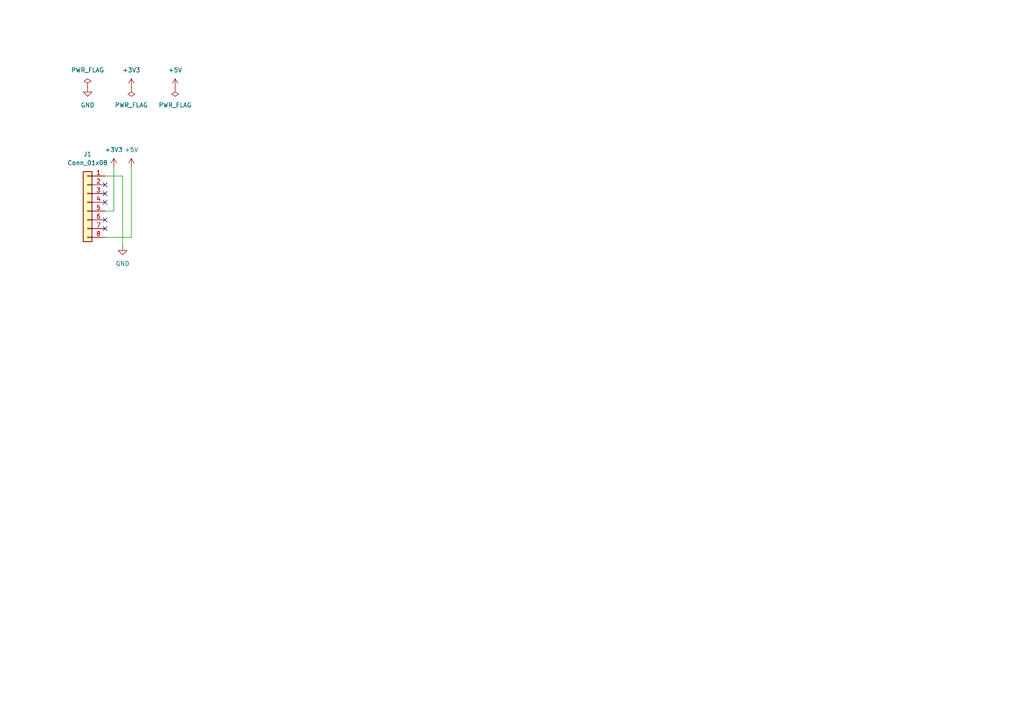
<source format=kicad_sch>
(kicad_sch (version 20211123) (generator eeschema)

  (uuid cef6f603-8a0b-4dd0-af99-ebfbef7d1b4b)

  (paper "A4")

  (title_block
    (title "CabHat_Template")
    (company "@stop_pattern")
  )

  (lib_symbols
    (symbol "Library:Conn_01x08" (pin_names (offset 1.016) hide) (in_bom yes) (on_board yes)
      (property "Reference" "J" (id 0) (at 0 10.16 0)
        (effects (font (size 1.27 1.27)))
      )
      (property "Value" "Conn_01x08" (id 1) (at 0 -12.7 0)
        (effects (font (size 1.27 1.27)))
      )
      (property "Footprint" "" (id 2) (at 0 0 0)
        (effects (font (size 1.27 1.27)) hide)
      )
      (property "Datasheet" "~" (id 3) (at 0 0 0)
        (effects (font (size 1.27 1.27)) hide)
      )
      (property "ki_keywords" "connector" (id 4) (at 0 0 0)
        (effects (font (size 1.27 1.27)) hide)
      )
      (property "ki_description" "Generic connector, single row, 01x08, script generated (kicad-library-utils/schlib/autogen/connector/)" (id 5) (at 0 0 0)
        (effects (font (size 1.27 1.27)) hide)
      )
      (property "ki_fp_filters" "Connector*:*_1x??_*" (id 6) (at 0 0 0)
        (effects (font (size 1.27 1.27)) hide)
      )
      (symbol "Conn_01x08_1_1"
        (rectangle (start -1.27 -10.033) (end 0 -10.287)
          (stroke (width 0.1524) (type default) (color 0 0 0 0))
          (fill (type none))
        )
        (rectangle (start -1.27 -7.493) (end 0 -7.747)
          (stroke (width 0.1524) (type default) (color 0 0 0 0))
          (fill (type none))
        )
        (rectangle (start -1.27 -4.953) (end 0 -5.207)
          (stroke (width 0.1524) (type default) (color 0 0 0 0))
          (fill (type none))
        )
        (rectangle (start -1.27 -2.413) (end 0 -2.667)
          (stroke (width 0.1524) (type default) (color 0 0 0 0))
          (fill (type none))
        )
        (rectangle (start -1.27 0.127) (end 0 -0.127)
          (stroke (width 0.1524) (type default) (color 0 0 0 0))
          (fill (type none))
        )
        (rectangle (start -1.27 2.667) (end 0 2.413)
          (stroke (width 0.1524) (type default) (color 0 0 0 0))
          (fill (type none))
        )
        (rectangle (start -1.27 5.207) (end 0 4.953)
          (stroke (width 0.1524) (type default) (color 0 0 0 0))
          (fill (type none))
        )
        (rectangle (start -1.27 7.747) (end 0 7.493)
          (stroke (width 0.1524) (type default) (color 0 0 0 0))
          (fill (type none))
        )
        (rectangle (start -1.27 8.89) (end 1.27 -11.43)
          (stroke (width 0.254) (type default) (color 0 0 0 0))
          (fill (type background))
        )
        (pin passive line (at -5.08 7.62 0) (length 3.81)
          (name "Pin_1" (effects (font (size 1.27 1.27))))
          (number "1" (effects (font (size 1.27 1.27))))
        )
        (pin passive line (at -5.08 5.08 0) (length 3.81)
          (name "Pin_2" (effects (font (size 1.27 1.27))))
          (number "2" (effects (font (size 1.27 1.27))))
        )
        (pin passive line (at -5.08 2.54 0) (length 3.81)
          (name "Pin_3" (effects (font (size 1.27 1.27))))
          (number "3" (effects (font (size 1.27 1.27))))
        )
        (pin passive line (at -5.08 0 0) (length 3.81)
          (name "Pin_4" (effects (font (size 1.27 1.27))))
          (number "4" (effects (font (size 1.27 1.27))))
        )
        (pin passive line (at -5.08 -2.54 0) (length 3.81)
          (name "Pin_5" (effects (font (size 1.27 1.27))))
          (number "5" (effects (font (size 1.27 1.27))))
        )
        (pin passive line (at -5.08 -5.08 0) (length 3.81)
          (name "Pin_6" (effects (font (size 1.27 1.27))))
          (number "6" (effects (font (size 1.27 1.27))))
        )
        (pin passive line (at -5.08 -7.62 0) (length 3.81)
          (name "Pin_7" (effects (font (size 1.27 1.27))))
          (number "7" (effects (font (size 1.27 1.27))))
        )
        (pin passive line (at -5.08 -10.16 0) (length 3.81)
          (name "Pin_8" (effects (font (size 1.27 1.27))))
          (number "8" (effects (font (size 1.27 1.27))))
        )
      )
    )
    (symbol "power:+3V3" (power) (pin_names (offset 0)) (in_bom yes) (on_board yes)
      (property "Reference" "#PWR" (id 0) (at 0 -3.81 0)
        (effects (font (size 1.27 1.27)) hide)
      )
      (property "Value" "+3V3" (id 1) (at 0 3.556 0)
        (effects (font (size 1.27 1.27)))
      )
      (property "Footprint" "" (id 2) (at 0 0 0)
        (effects (font (size 1.27 1.27)) hide)
      )
      (property "Datasheet" "" (id 3) (at 0 0 0)
        (effects (font (size 1.27 1.27)) hide)
      )
      (property "ki_keywords" "power-flag" (id 4) (at 0 0 0)
        (effects (font (size 1.27 1.27)) hide)
      )
      (property "ki_description" "Power symbol creates a global label with name \"+3V3\"" (id 5) (at 0 0 0)
        (effects (font (size 1.27 1.27)) hide)
      )
      (symbol "+3V3_0_1"
        (polyline
          (pts
            (xy -0.762 1.27)
            (xy 0 2.54)
          )
          (stroke (width 0) (type default) (color 0 0 0 0))
          (fill (type none))
        )
        (polyline
          (pts
            (xy 0 0)
            (xy 0 2.54)
          )
          (stroke (width 0) (type default) (color 0 0 0 0))
          (fill (type none))
        )
        (polyline
          (pts
            (xy 0 2.54)
            (xy 0.762 1.27)
          )
          (stroke (width 0) (type default) (color 0 0 0 0))
          (fill (type none))
        )
      )
      (symbol "+3V3_1_1"
        (pin power_in line (at 0 0 90) (length 0) hide
          (name "+3V3" (effects (font (size 1.27 1.27))))
          (number "1" (effects (font (size 1.27 1.27))))
        )
      )
    )
    (symbol "power:+5V" (power) (pin_names (offset 0)) (in_bom yes) (on_board yes)
      (property "Reference" "#PWR" (id 0) (at 0 -3.81 0)
        (effects (font (size 1.27 1.27)) hide)
      )
      (property "Value" "+5V" (id 1) (at 0 3.556 0)
        (effects (font (size 1.27 1.27)))
      )
      (property "Footprint" "" (id 2) (at 0 0 0)
        (effects (font (size 1.27 1.27)) hide)
      )
      (property "Datasheet" "" (id 3) (at 0 0 0)
        (effects (font (size 1.27 1.27)) hide)
      )
      (property "ki_keywords" "power-flag" (id 4) (at 0 0 0)
        (effects (font (size 1.27 1.27)) hide)
      )
      (property "ki_description" "Power symbol creates a global label with name \"+5V\"" (id 5) (at 0 0 0)
        (effects (font (size 1.27 1.27)) hide)
      )
      (symbol "+5V_0_1"
        (polyline
          (pts
            (xy -0.762 1.27)
            (xy 0 2.54)
          )
          (stroke (width 0) (type default) (color 0 0 0 0))
          (fill (type none))
        )
        (polyline
          (pts
            (xy 0 0)
            (xy 0 2.54)
          )
          (stroke (width 0) (type default) (color 0 0 0 0))
          (fill (type none))
        )
        (polyline
          (pts
            (xy 0 2.54)
            (xy 0.762 1.27)
          )
          (stroke (width 0) (type default) (color 0 0 0 0))
          (fill (type none))
        )
      )
      (symbol "+5V_1_1"
        (pin power_in line (at 0 0 90) (length 0) hide
          (name "+5V" (effects (font (size 1.27 1.27))))
          (number "1" (effects (font (size 1.27 1.27))))
        )
      )
    )
    (symbol "power:GND" (power) (pin_names (offset 0)) (in_bom yes) (on_board yes)
      (property "Reference" "#PWR" (id 0) (at 0 -6.35 0)
        (effects (font (size 1.27 1.27)) hide)
      )
      (property "Value" "GND" (id 1) (at 0 -3.81 0)
        (effects (font (size 1.27 1.27)))
      )
      (property "Footprint" "" (id 2) (at 0 0 0)
        (effects (font (size 1.27 1.27)) hide)
      )
      (property "Datasheet" "" (id 3) (at 0 0 0)
        (effects (font (size 1.27 1.27)) hide)
      )
      (property "ki_keywords" "power-flag" (id 4) (at 0 0 0)
        (effects (font (size 1.27 1.27)) hide)
      )
      (property "ki_description" "Power symbol creates a global label with name \"GND\" , ground" (id 5) (at 0 0 0)
        (effects (font (size 1.27 1.27)) hide)
      )
      (symbol "GND_0_1"
        (polyline
          (pts
            (xy 0 0)
            (xy 0 -1.27)
            (xy 1.27 -1.27)
            (xy 0 -2.54)
            (xy -1.27 -1.27)
            (xy 0 -1.27)
          )
          (stroke (width 0) (type default) (color 0 0 0 0))
          (fill (type none))
        )
      )
      (symbol "GND_1_1"
        (pin power_in line (at 0 0 270) (length 0) hide
          (name "GND" (effects (font (size 1.27 1.27))))
          (number "1" (effects (font (size 1.27 1.27))))
        )
      )
    )
    (symbol "power:PWR_FLAG" (power) (pin_numbers hide) (pin_names (offset 0) hide) (in_bom yes) (on_board yes)
      (property "Reference" "#FLG" (id 0) (at 0 1.905 0)
        (effects (font (size 1.27 1.27)) hide)
      )
      (property "Value" "PWR_FLAG" (id 1) (at 0 3.81 0)
        (effects (font (size 1.27 1.27)))
      )
      (property "Footprint" "" (id 2) (at 0 0 0)
        (effects (font (size 1.27 1.27)) hide)
      )
      (property "Datasheet" "~" (id 3) (at 0 0 0)
        (effects (font (size 1.27 1.27)) hide)
      )
      (property "ki_keywords" "power-flag" (id 4) (at 0 0 0)
        (effects (font (size 1.27 1.27)) hide)
      )
      (property "ki_description" "Special symbol for telling ERC where power comes from" (id 5) (at 0 0 0)
        (effects (font (size 1.27 1.27)) hide)
      )
      (symbol "PWR_FLAG_0_0"
        (pin power_out line (at 0 0 90) (length 0)
          (name "pwr" (effects (font (size 1.27 1.27))))
          (number "1" (effects (font (size 1.27 1.27))))
        )
      )
      (symbol "PWR_FLAG_0_1"
        (polyline
          (pts
            (xy 0 0)
            (xy 0 1.27)
            (xy -1.016 1.905)
            (xy 0 2.54)
            (xy 1.016 1.905)
            (xy 0 1.27)
          )
          (stroke (width 0) (type default) (color 0 0 0 0))
          (fill (type none))
        )
      )
    )
  )


  (no_connect (at 30.48 66.294) (uuid 4c52d976-6024-412a-8ccf-995ef262f073))
  (no_connect (at 30.48 63.754) (uuid 642c19b0-fb6a-434f-9d07-d87aec95d41c))
  (no_connect (at 30.48 53.594) (uuid 7b2b45d8-39b7-4d12-ad1a-5a112e0166f5))
  (no_connect (at 30.48 56.134) (uuid 9dc55e65-d9bf-4734-9e04-3e4bf42bdaae))
  (no_connect (at 30.48 58.674) (uuid ad40f7a3-d5bb-4137-996a-712decb20e6e))

  (wire (pts (xy 38.1 48.514) (xy 38.1 68.834))
    (stroke (width 0) (type default) (color 0 0 0 0))
    (uuid 27598169-394f-4270-879a-25949df9f295)
  )
  (wire (pts (xy 33.02 48.514) (xy 33.02 61.214))
    (stroke (width 0) (type default) (color 0 0 0 0))
    (uuid 321ceaa2-85e9-474a-94d7-c7c06570bf8a)
  )
  (wire (pts (xy 30.48 61.214) (xy 33.02 61.214))
    (stroke (width 0) (type default) (color 0 0 0 0))
    (uuid 9926c7e0-0ec0-4c0f-ad5e-f5732c316be5)
  )
  (wire (pts (xy 35.56 51.054) (xy 30.48 51.054))
    (stroke (width 0) (type default) (color 0 0 0 0))
    (uuid a0f6eb2e-0774-4b84-9515-60f20e24ca8e)
  )
  (wire (pts (xy 35.56 71.374) (xy 35.56 51.054))
    (stroke (width 0) (type default) (color 0 0 0 0))
    (uuid ae15f2e7-c177-4594-b186-7df41438ad15)
  )
  (wire (pts (xy 30.48 68.834) (xy 38.1 68.834))
    (stroke (width 0) (type default) (color 0 0 0 0))
    (uuid b97f974a-15d3-4cf6-94e2-4919a916df5c)
  )

  (symbol (lib_id "power:PWR_FLAG") (at 50.8 25.4 0) (mirror x) (unit 1)
    (in_bom yes) (on_board yes) (fields_autoplaced)
    (uuid 17d0b858-7c82-45a4-a59e-54ccc53ddba5)
    (property "Reference" "#FLG0101" (id 0) (at 50.8 27.305 0)
      (effects (font (size 1.27 1.27)) hide)
    )
    (property "Value" "PWR_FLAG" (id 1) (at 50.8 30.48 0))
    (property "Footprint" "" (id 2) (at 50.8 25.4 0)
      (effects (font (size 1.27 1.27)) hide)
    )
    (property "Datasheet" "~" (id 3) (at 50.8 25.4 0)
      (effects (font (size 1.27 1.27)) hide)
    )
    (pin "1" (uuid bdf7beea-0bfb-4867-ba6e-6685591354e7))
  )

  (symbol (lib_id "power:+3V3") (at 33.02 48.514 0) (unit 1)
    (in_bom yes) (on_board yes) (fields_autoplaced)
    (uuid 3118a01d-2394-44a9-b4e5-8b59935704e5)
    (property "Reference" "#PWR01" (id 0) (at 33.02 52.324 0)
      (effects (font (size 1.27 1.27)) hide)
    )
    (property "Value" "+3V3" (id 1) (at 33.02 43.434 0))
    (property "Footprint" "" (id 2) (at 33.02 48.514 0)
      (effects (font (size 1.27 1.27)) hide)
    )
    (property "Datasheet" "" (id 3) (at 33.02 48.514 0)
      (effects (font (size 1.27 1.27)) hide)
    )
    (pin "1" (uuid 1faa6fd5-5426-4144-ae79-e56d7fe6e8ed))
  )

  (symbol (lib_id "power:PWR_FLAG") (at 25.4 25.4 0) (unit 1)
    (in_bom yes) (on_board yes) (fields_autoplaced)
    (uuid 4148d913-e950-4f7f-88aa-ac68f3d94c05)
    (property "Reference" "#FLG0102" (id 0) (at 25.4 23.495 0)
      (effects (font (size 1.27 1.27)) hide)
    )
    (property "Value" "PWR_FLAG" (id 1) (at 25.4 20.32 0))
    (property "Footprint" "" (id 2) (at 25.4 25.4 0)
      (effects (font (size 1.27 1.27)) hide)
    )
    (property "Datasheet" "~" (id 3) (at 25.4 25.4 0)
      (effects (font (size 1.27 1.27)) hide)
    )
    (pin "1" (uuid e4130a0f-6ab9-4468-a054-ed5cb3b308ec))
  )

  (symbol (lib_id "power:+5V") (at 50.8 25.4 0) (unit 1)
    (in_bom yes) (on_board yes) (fields_autoplaced)
    (uuid 42eb9b46-8e70-474e-b6bf-a70b411691e1)
    (property "Reference" "#PWR0101" (id 0) (at 50.8 29.21 0)
      (effects (font (size 1.27 1.27)) hide)
    )
    (property "Value" "+5V" (id 1) (at 50.8 20.32 0))
    (property "Footprint" "" (id 2) (at 50.8 25.4 0)
      (effects (font (size 1.27 1.27)) hide)
    )
    (property "Datasheet" "" (id 3) (at 50.8 25.4 0)
      (effects (font (size 1.27 1.27)) hide)
    )
    (pin "1" (uuid 9bfd6b7c-3bd5-4b47-86f6-6656d502c3fa))
  )

  (symbol (lib_id "Library:Conn_01x08") (at 25.4 58.674 0) (mirror y) (unit 1)
    (in_bom yes) (on_board yes) (fields_autoplaced)
    (uuid 578b770d-bcb3-48e4-8540-6a45e22f9cef)
    (property "Reference" "J1" (id 0) (at 25.4 44.704 0))
    (property "Value" "Conn_01x08" (id 1) (at 25.4 47.244 0))
    (property "Footprint" "Library:PinSocket_1x08_P2.54mm_Vertical" (id 2) (at 25.4 58.674 0)
      (effects (font (size 1.27 1.27)) hide)
    )
    (property "Datasheet" "~" (id 3) (at 25.4 58.674 0)
      (effects (font (size 1.27 1.27)) hide)
    )
    (pin "1" (uuid d69779c4-90c4-49f4-a66b-f547b8e827ad))
    (pin "2" (uuid a889d751-5721-450c-928b-dd5b73a9dd56))
    (pin "3" (uuid cefe31e8-38dc-4dbe-8101-20752010c792))
    (pin "4" (uuid b16e9a8e-d3e1-4207-9499-5842efa695a1))
    (pin "5" (uuid 1c0773ad-9cdb-4a0f-8747-b7b0be60adb2))
    (pin "6" (uuid b4de4f20-599e-4efb-b1db-c5e17b1bf2d3))
    (pin "7" (uuid 0b6d3319-eb72-47cf-a981-f204dda6834a))
    (pin "8" (uuid 864e453f-d7f1-4112-8b1b-1632bd5ea786))
  )

  (symbol (lib_id "power:+3V3") (at 38.1 25.4 0) (unit 1)
    (in_bom yes) (on_board yes) (fields_autoplaced)
    (uuid 965675bc-3555-4dd0-b9df-5bad99bc03d6)
    (property "Reference" "#PWR0103" (id 0) (at 38.1 29.21 0)
      (effects (font (size 1.27 1.27)) hide)
    )
    (property "Value" "+3V3" (id 1) (at 38.1 20.32 0))
    (property "Footprint" "" (id 2) (at 38.1 25.4 0)
      (effects (font (size 1.27 1.27)) hide)
    )
    (property "Datasheet" "" (id 3) (at 38.1 25.4 0)
      (effects (font (size 1.27 1.27)) hide)
    )
    (pin "1" (uuid fb2ea0d1-f5c1-40fd-a5b8-6b158464dd3a))
  )

  (symbol (lib_id "power:GND") (at 25.4 25.4 0) (unit 1)
    (in_bom yes) (on_board yes) (fields_autoplaced)
    (uuid 9e77d5b8-9239-41e9-9416-dc4abb1669ca)
    (property "Reference" "#PWR0102" (id 0) (at 25.4 31.75 0)
      (effects (font (size 1.27 1.27)) hide)
    )
    (property "Value" "GND" (id 1) (at 25.4 30.48 0))
    (property "Footprint" "" (id 2) (at 25.4 25.4 0)
      (effects (font (size 1.27 1.27)) hide)
    )
    (property "Datasheet" "" (id 3) (at 25.4 25.4 0)
      (effects (font (size 1.27 1.27)) hide)
    )
    (pin "1" (uuid 51255ac2-97ca-4a84-84f6-d6f9d65848f9))
  )

  (symbol (lib_id "power:PWR_FLAG") (at 38.1 25.4 0) (mirror x) (unit 1)
    (in_bom yes) (on_board yes) (fields_autoplaced)
    (uuid a8a95a78-eb09-4b6e-80aa-11a3c6343ad2)
    (property "Reference" "#FLG0103" (id 0) (at 38.1 27.305 0)
      (effects (font (size 1.27 1.27)) hide)
    )
    (property "Value" "PWR_FLAG" (id 1) (at 38.1 30.48 0))
    (property "Footprint" "" (id 2) (at 38.1 25.4 0)
      (effects (font (size 1.27 1.27)) hide)
    )
    (property "Datasheet" "~" (id 3) (at 38.1 25.4 0)
      (effects (font (size 1.27 1.27)) hide)
    )
    (pin "1" (uuid f84d53a9-4af2-41c2-b17c-3da68fe8c8ae))
  )

  (symbol (lib_id "power:+5V") (at 38.1 48.514 0) (unit 1)
    (in_bom yes) (on_board yes) (fields_autoplaced)
    (uuid c4a5e793-3474-46c5-bb57-4030671549ea)
    (property "Reference" "#PWR03" (id 0) (at 38.1 52.324 0)
      (effects (font (size 1.27 1.27)) hide)
    )
    (property "Value" "+5V" (id 1) (at 38.1 43.434 0))
    (property "Footprint" "" (id 2) (at 38.1 48.514 0)
      (effects (font (size 1.27 1.27)) hide)
    )
    (property "Datasheet" "" (id 3) (at 38.1 48.514 0)
      (effects (font (size 1.27 1.27)) hide)
    )
    (pin "1" (uuid 86661c60-0d76-4965-a519-b1224b8589d8))
  )

  (symbol (lib_id "power:GND") (at 35.56 71.374 0) (unit 1)
    (in_bom yes) (on_board yes) (fields_autoplaced)
    (uuid d678ee3e-f10f-4d63-ae82-693dec8121cf)
    (property "Reference" "#PWR02" (id 0) (at 35.56 77.724 0)
      (effects (font (size 1.27 1.27)) hide)
    )
    (property "Value" "GND" (id 1) (at 35.56 76.454 0))
    (property "Footprint" "" (id 2) (at 35.56 71.374 0)
      (effects (font (size 1.27 1.27)) hide)
    )
    (property "Datasheet" "" (id 3) (at 35.56 71.374 0)
      (effects (font (size 1.27 1.27)) hide)
    )
    (pin "1" (uuid ea8546e4-ccb3-4432-b721-04f5cc3ea83f))
  )

  (sheet_instances
    (path "/" (page "1"))
  )

  (symbol_instances
    (path "/17d0b858-7c82-45a4-a59e-54ccc53ddba5"
      (reference "#FLG0101") (unit 1) (value "PWR_FLAG") (footprint "")
    )
    (path "/4148d913-e950-4f7f-88aa-ac68f3d94c05"
      (reference "#FLG0102") (unit 1) (value "PWR_FLAG") (footprint "")
    )
    (path "/a8a95a78-eb09-4b6e-80aa-11a3c6343ad2"
      (reference "#FLG0103") (unit 1) (value "PWR_FLAG") (footprint "")
    )
    (path "/3118a01d-2394-44a9-b4e5-8b59935704e5"
      (reference "#PWR01") (unit 1) (value "+3V3") (footprint "")
    )
    (path "/d678ee3e-f10f-4d63-ae82-693dec8121cf"
      (reference "#PWR02") (unit 1) (value "GND") (footprint "")
    )
    (path "/c4a5e793-3474-46c5-bb57-4030671549ea"
      (reference "#PWR03") (unit 1) (value "+5V") (footprint "")
    )
    (path "/42eb9b46-8e70-474e-b6bf-a70b411691e1"
      (reference "#PWR0101") (unit 1) (value "+5V") (footprint "")
    )
    (path "/9e77d5b8-9239-41e9-9416-dc4abb1669ca"
      (reference "#PWR0102") (unit 1) (value "GND") (footprint "")
    )
    (path "/965675bc-3555-4dd0-b9df-5bad99bc03d6"
      (reference "#PWR0103") (unit 1) (value "+3V3") (footprint "")
    )
    (path "/578b770d-bcb3-48e4-8540-6a45e22f9cef"
      (reference "J1") (unit 1) (value "Conn_01x08") (footprint "Library:PinSocket_1x08_P2.54mm_Vertical")
    )
  )
)

</source>
